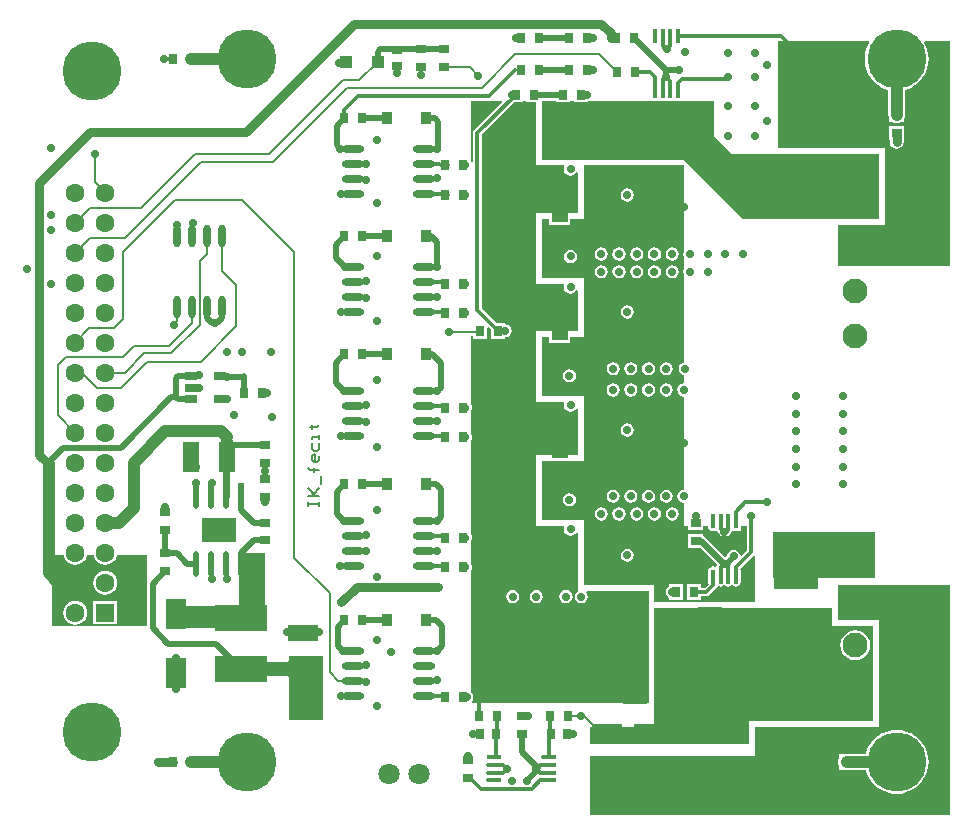
<source format=gtl>
G04 Layer_Physical_Order=1*
G04 Layer_Color=255*
%FSLAX44Y44*%
%MOMM*%
G71*
G01*
G75*
%ADD10R,2.0000X3.2000*%
%ADD11R,0.8000X0.9000*%
%ADD12R,0.9000X0.8000*%
%ADD13O,1.3000X0.4000*%
%ADD14R,1.3000X0.4000*%
%ADD15R,2.6000X1.4000*%
%ADD16R,1.0000X1.0000*%
%ADD17R,0.9000X1.1000*%
%ADD18O,1.9000X0.6000*%
%ADD19R,4.5000X2.2000*%
%ADD20R,1.7000X2.5000*%
%ADD21R,0.5000X2.2000*%
%ADD22O,0.5000X2.2000*%
%ADD23R,3.0000X2.1300*%
%ADD24R,1.4000X2.6000*%
%ADD25R,1.1000X0.6500*%
%ADD26O,0.6000X1.9000*%
%ADD27O,0.4000X1.3000*%
%ADD28R,0.4000X1.3000*%
%ADD29R,3.8000X4.2000*%
%ADD30C,0.7500*%
%ADD31C,1.0000*%
%ADD32C,0.2000*%
%ADD33C,0.5000*%
%ADD34C,0.3000*%
%ADD35C,0.6000*%
%ADD36R,3.0000X5.5000*%
%ADD37R,8.7000X4.0000*%
%ADD38R,8.4000X1.3000*%
%ADD39R,5.3000X1.9000*%
%ADD40R,2.3000X5.1000*%
%ADD41C,1.8000*%
%ADD42C,1.6000*%
%ADD43R,1.6000X1.6000*%
%ADD44C,2.1000*%
%ADD45C,5.0000*%
%ADD46C,2.0000*%
%ADD47C,0.7000*%
G36*
X895000Y955000D02*
X910000Y940000D01*
Y940000D01*
X1035000D01*
Y885000D01*
X920000D01*
X870000Y935000D01*
X750000D01*
X750000Y935000D01*
Y985000D01*
X761380D01*
Y983500D01*
X773380D01*
Y985000D01*
X776620D01*
Y983500D01*
X788620D01*
Y984516D01*
X790146Y984819D01*
X790417Y985000D01*
X843538D01*
X843939Y984732D01*
X845500Y984422D01*
X847061Y984732D01*
X847462Y985000D01*
X850038D01*
X850439Y984732D01*
X852000Y984422D01*
X853561Y984732D01*
X853962Y985000D01*
X856538D01*
X856939Y984732D01*
X858500Y984422D01*
X860061Y984732D01*
X860462Y985000D01*
X863038D01*
X863439Y984732D01*
X865000Y984422D01*
X866561Y984732D01*
X866962Y985000D01*
X895000D01*
Y955000D01*
D02*
G37*
G36*
X1095000Y845000D02*
X1000000D01*
Y880000D01*
X1040000D01*
Y945000D01*
X950000D01*
Y1035000D01*
X1026226D01*
X1026847Y1033892D01*
X1025869Y1032296D01*
X1024242Y1028369D01*
X1023250Y1024237D01*
X1022916Y1020000D01*
X1023250Y1015763D01*
X1024242Y1011631D01*
X1025869Y1007704D01*
X1028089Y1004081D01*
X1030849Y1000849D01*
X1034081Y998089D01*
X1037704Y995868D01*
X1041631Y994242D01*
X1042940Y993928D01*
Y972620D01*
X1043180Y970793D01*
X1043500Y970021D01*
Y966620D01*
X1046321D01*
X1046470Y966506D01*
X1048173Y965800D01*
X1050000Y965560D01*
X1051827Y965800D01*
X1053530Y966506D01*
X1053679Y966620D01*
X1056500D01*
Y970021D01*
X1056820Y970793D01*
X1057060Y972620D01*
Y993928D01*
X1058369Y994242D01*
X1062296Y995868D01*
X1065919Y998089D01*
X1069151Y1000849D01*
X1071911Y1004081D01*
X1074132Y1007704D01*
X1075758Y1011631D01*
X1076750Y1015763D01*
X1077084Y1020000D01*
X1076750Y1024237D01*
X1075758Y1028369D01*
X1074132Y1032296D01*
X1073153Y1033892D01*
X1073774Y1035000D01*
X1095000D01*
Y845000D01*
D02*
G37*
G36*
X716160Y983827D02*
X692477Y960143D01*
X691703Y958986D01*
X691431Y957620D01*
Y933844D01*
X690161Y933264D01*
X690000Y933404D01*
Y985000D01*
X715674D01*
X716160Y983827D01*
D02*
G37*
G36*
X870000Y857417D02*
X869819Y857146D01*
X869392Y855000D01*
X869819Y852854D01*
X870000Y852583D01*
Y842417D01*
X869819Y842146D01*
X869392Y840000D01*
X869819Y837854D01*
X870000Y837583D01*
Y763409D01*
X868854Y763181D01*
X867035Y761965D01*
X865819Y760146D01*
X865392Y758000D01*
X865819Y755854D01*
X867035Y754035D01*
X868854Y752819D01*
X870000Y752591D01*
Y745608D01*
X867854Y745181D01*
X866035Y743965D01*
X864819Y742146D01*
X864392Y740000D01*
X864819Y737854D01*
X866035Y736035D01*
X867854Y734819D01*
X870000Y734392D01*
Y655608D01*
X867854Y655181D01*
X866035Y653965D01*
X864819Y652146D01*
X864392Y650000D01*
X864819Y647854D01*
X866035Y646035D01*
X867854Y644819D01*
X870000Y644392D01*
Y625000D01*
X873500D01*
Y621620D01*
X886500D01*
Y625000D01*
X890422D01*
Y624500D01*
X890732Y622939D01*
X891616Y621616D01*
X892939Y620732D01*
X894500Y620422D01*
X896061Y620732D01*
X896350Y620926D01*
X897258Y620730D01*
X897857Y620405D01*
X898477Y619477D01*
X900477Y617477D01*
X901634Y616703D01*
X903000Y616431D01*
X906000D01*
X907366Y616703D01*
X908523Y617477D01*
X910023Y618977D01*
X910797Y620134D01*
X910870Y620500D01*
X918000D01*
Y625000D01*
X923431D01*
Y604478D01*
X918745Y599792D01*
X917367Y600210D01*
X917181Y601146D01*
X915965Y602965D01*
X914146Y604181D01*
X912000Y604608D01*
X909854Y604181D01*
X908035Y602965D01*
X906819Y601146D01*
X906611Y600100D01*
X905000Y598489D01*
X887864Y615624D01*
X886500Y616536D01*
Y618380D01*
X873500D01*
Y606380D01*
X884131D01*
X898281Y592230D01*
X897703Y591366D01*
X897586Y590776D01*
X896200Y590175D01*
X896061Y590268D01*
X894500Y590578D01*
X892939Y590268D01*
X891616Y589384D01*
X890732Y588061D01*
X890422Y586500D01*
Y577500D01*
X890732Y575939D01*
X890796Y575843D01*
X887522Y572569D01*
X884620D01*
Y575500D01*
X872620D01*
Y562500D01*
X884620D01*
Y565431D01*
X889000D01*
X890366Y565703D01*
X891523Y566477D01*
X897023Y571977D01*
X897797Y573134D01*
X897826Y573282D01*
X899238Y573867D01*
X899439Y573732D01*
X901000Y573422D01*
X902561Y573732D01*
X903884Y574616D01*
X904616D01*
X905939Y573732D01*
X907500Y573422D01*
X909061Y573732D01*
X910384Y574616D01*
X911116D01*
X912439Y573732D01*
X914000Y573422D01*
X915561Y573732D01*
X916884Y574616D01*
X917768Y575939D01*
X918078Y577500D01*
Y586500D01*
X917768Y588061D01*
X917569Y588359D01*
Y588522D01*
X928730Y599683D01*
X930000Y599157D01*
Y575000D01*
Y560000D01*
X845000D01*
Y575000D01*
X785000D01*
Y630000D01*
X750000D01*
Y680000D01*
X785000D01*
Y735000D01*
X750000D01*
Y785000D01*
X755760D01*
Y780000D01*
X773760D01*
Y785000D01*
X785000D01*
Y835000D01*
X750000D01*
Y885000D01*
X755760D01*
Y880000D01*
X773760D01*
Y885000D01*
X785000D01*
Y930000D01*
X870000D01*
Y857417D01*
D02*
G37*
G36*
X736620Y983500D02*
X745000D01*
Y930000D01*
X767979D01*
X768736Y928730D01*
X768392Y927000D01*
X768819Y924854D01*
X770035Y923035D01*
X771854Y921819D01*
X774000Y921392D01*
X776146Y921819D01*
X777965Y923035D01*
X778730Y924179D01*
X780000Y923794D01*
Y890000D01*
X745000D01*
Y830000D01*
X767979D01*
X768736Y828730D01*
X768392Y827000D01*
X768819Y824854D01*
X770035Y823035D01*
X771854Y821819D01*
X774000Y821392D01*
X776146Y821819D01*
X777965Y823035D01*
X778730Y824179D01*
X780000Y823794D01*
Y790000D01*
X745000D01*
Y730000D01*
X767979D01*
X768736Y728730D01*
X768392Y727000D01*
X768819Y724854D01*
X770035Y723035D01*
X771854Y721819D01*
X774000Y721392D01*
X776146Y721819D01*
X777965Y723035D01*
X778730Y724179D01*
X780000Y723794D01*
Y685000D01*
X745000D01*
Y625000D01*
X767979D01*
X768736Y623730D01*
X768392Y622000D01*
X768819Y619854D01*
X770035Y618035D01*
X771854Y616819D01*
X774000Y616392D01*
X776146Y616819D01*
X777965Y618035D01*
X778730Y619179D01*
X780000Y618794D01*
Y575000D01*
Y570000D01*
X780000Y570000D01*
X780000D01*
X779230Y569096D01*
X779035Y568965D01*
X777819Y567146D01*
X777392Y565000D01*
X777819Y562854D01*
X779035Y561035D01*
X780854Y559819D01*
X783000Y559392D01*
X785146Y559819D01*
X786965Y561035D01*
X788181Y562854D01*
X788608Y565000D01*
X788181Y567146D01*
X787122Y568730D01*
X787529Y570000D01*
X840000D01*
X840000Y475000D01*
X690486Y475000D01*
X690123Y476270D01*
X691181Y477854D01*
X691608Y480000D01*
X691181Y482146D01*
X690000Y483913D01*
Y587583D01*
X690181Y587854D01*
X690608Y590000D01*
X690181Y592146D01*
X690000Y592417D01*
Y612583D01*
X690181Y612854D01*
X690608Y615000D01*
X690181Y617146D01*
X690000Y617417D01*
Y697583D01*
X690181Y697854D01*
X690608Y700000D01*
X690181Y702146D01*
X690000Y702417D01*
Y722583D01*
X690181Y722854D01*
X690608Y725000D01*
X690181Y727146D01*
X690000Y727417D01*
X690000Y785941D01*
X691380D01*
Y783500D01*
X703380D01*
Y792534D01*
X704553Y793020D01*
X706620Y790953D01*
Y783500D01*
X718620D01*
Y784392D01*
X720766Y784819D01*
X722585Y786035D01*
X723801Y787854D01*
X724228Y790000D01*
X723801Y792146D01*
X722585Y793965D01*
X720766Y795181D01*
X718620Y795608D01*
Y796500D01*
X711167D01*
X698569Y809098D01*
Y956142D01*
X725927Y983500D01*
X733380D01*
Y985000D01*
X736620D01*
Y983500D01*
D02*
G37*
G36*
X415000Y540000D02*
X335000D01*
Y600000D01*
X344803D01*
X344857Y599590D01*
X345865Y597157D01*
X347468Y595068D01*
X349557Y593465D01*
X351990Y592457D01*
X354600Y592114D01*
X357211Y592457D01*
X359643Y593465D01*
X361732Y595068D01*
X363335Y597157D01*
X364343Y599590D01*
X364397Y600000D01*
X370203D01*
X370257Y599590D01*
X371265Y597157D01*
X372868Y595068D01*
X374957Y593465D01*
X377389Y592457D01*
X380000Y592114D01*
X382611Y592457D01*
X385043Y593465D01*
X387132Y595068D01*
X388735Y597157D01*
X389743Y599590D01*
X389797Y600000D01*
X415000D01*
Y540000D01*
D02*
G37*
G36*
X995000D02*
X1030000D01*
Y495000D01*
Y460000D01*
X925000D01*
Y440000D01*
X790000D01*
Y455000D01*
X845000D01*
Y555000D01*
X995000D01*
Y540000D01*
D02*
G37*
G36*
X1095000Y380000D02*
X790000D01*
Y430000D01*
X930000D01*
Y455000D01*
X1035000D01*
Y545000D01*
X1000000D01*
Y575000D01*
X1095000D01*
Y380000D01*
D02*
G37*
%LPC*%
G36*
X1056500Y963380D02*
X1043500D01*
Y951380D01*
X1044137D01*
Y950000D01*
X1044584Y947757D01*
X1045854Y945854D01*
X1047757Y944584D01*
X1050000Y944137D01*
X1052244Y944584D01*
X1054146Y945854D01*
X1055416Y947757D01*
X1055863Y950000D01*
Y951380D01*
X1056500D01*
Y963380D01*
D02*
G37*
G36*
X822000Y910608D02*
X819854Y910181D01*
X818035Y908965D01*
X816819Y907146D01*
X816392Y905000D01*
X816819Y902854D01*
X818035Y901035D01*
X819854Y899819D01*
X822000Y899392D01*
X824146Y899819D01*
X825965Y901035D01*
X827181Y902854D01*
X827608Y905000D01*
X827181Y907146D01*
X825965Y908965D01*
X824146Y910181D01*
X822000Y910608D01*
D02*
G37*
G36*
X860000Y860608D02*
X857854Y860181D01*
X856035Y858965D01*
X854819Y857146D01*
X854392Y855000D01*
X854819Y852854D01*
X856035Y851035D01*
X857854Y849819D01*
X860000Y849392D01*
X862146Y849819D01*
X863965Y851035D01*
X865181Y852854D01*
X865608Y855000D01*
X865181Y857146D01*
X863965Y858965D01*
X862146Y860181D01*
X860000Y860608D01*
D02*
G37*
G36*
X845000D02*
X842854Y860181D01*
X841035Y858965D01*
X839819Y857146D01*
X839392Y855000D01*
X839819Y852854D01*
X841035Y851035D01*
X842854Y849819D01*
X845000Y849392D01*
X847146Y849819D01*
X848965Y851035D01*
X850181Y852854D01*
X850608Y855000D01*
X850181Y857146D01*
X848965Y858965D01*
X847146Y860181D01*
X845000Y860608D01*
D02*
G37*
G36*
X830000D02*
X827854Y860181D01*
X826035Y858965D01*
X824819Y857146D01*
X824392Y855000D01*
X824819Y852854D01*
X826035Y851035D01*
X827854Y849819D01*
X830000Y849392D01*
X832146Y849819D01*
X833965Y851035D01*
X835181Y852854D01*
X835608Y855000D01*
X835181Y857146D01*
X833965Y858965D01*
X832146Y860181D01*
X830000Y860608D01*
D02*
G37*
G36*
X815000D02*
X812854Y860181D01*
X811035Y858965D01*
X809819Y857146D01*
X809392Y855000D01*
X809819Y852854D01*
X811035Y851035D01*
X812854Y849819D01*
X815000Y849392D01*
X817146Y849819D01*
X818965Y851035D01*
X820181Y852854D01*
X820608Y855000D01*
X820181Y857146D01*
X818965Y858965D01*
X817146Y860181D01*
X815000Y860608D01*
D02*
G37*
G36*
X800000D02*
X797854Y860181D01*
X796035Y858965D01*
X794819Y857146D01*
X794392Y855000D01*
X794819Y852854D01*
X796035Y851035D01*
X797854Y849819D01*
X800000Y849392D01*
X802146Y849819D01*
X803965Y851035D01*
X805181Y852854D01*
X805608Y855000D01*
X805181Y857146D01*
X803965Y858965D01*
X802146Y860181D01*
X800000Y860608D01*
D02*
G37*
G36*
X774000Y858608D02*
X771854Y858181D01*
X770035Y856965D01*
X768819Y855146D01*
X768392Y853000D01*
X768819Y850854D01*
X770035Y849035D01*
X771854Y847819D01*
X774000Y847392D01*
X776146Y847819D01*
X777965Y849035D01*
X779181Y850854D01*
X779608Y853000D01*
X779181Y855146D01*
X777965Y856965D01*
X776146Y858181D01*
X774000Y858608D01*
D02*
G37*
G36*
X860000Y845608D02*
X857854Y845181D01*
X856035Y843965D01*
X854819Y842146D01*
X854392Y840000D01*
X854819Y837854D01*
X856035Y836035D01*
X857854Y834819D01*
X860000Y834392D01*
X862146Y834819D01*
X863965Y836035D01*
X865181Y837854D01*
X865608Y840000D01*
X865181Y842146D01*
X863965Y843965D01*
X862146Y845181D01*
X860000Y845608D01*
D02*
G37*
G36*
X845000D02*
X842854Y845181D01*
X841035Y843965D01*
X839819Y842146D01*
X839392Y840000D01*
X839819Y837854D01*
X841035Y836035D01*
X842854Y834819D01*
X845000Y834392D01*
X847146Y834819D01*
X848965Y836035D01*
X850181Y837854D01*
X850608Y840000D01*
X850181Y842146D01*
X848965Y843965D01*
X847146Y845181D01*
X845000Y845608D01*
D02*
G37*
G36*
X830000D02*
X827854Y845181D01*
X826035Y843965D01*
X824819Y842146D01*
X824392Y840000D01*
X824819Y837854D01*
X826035Y836035D01*
X827854Y834819D01*
X830000Y834392D01*
X832146Y834819D01*
X833965Y836035D01*
X835181Y837854D01*
X835608Y840000D01*
X835181Y842146D01*
X833965Y843965D01*
X832146Y845181D01*
X830000Y845608D01*
D02*
G37*
G36*
X815000D02*
X812854Y845181D01*
X811035Y843965D01*
X809819Y842146D01*
X809392Y840000D01*
X809819Y837854D01*
X811035Y836035D01*
X812854Y834819D01*
X815000Y834392D01*
X817146Y834819D01*
X818965Y836035D01*
X820181Y837854D01*
X820608Y840000D01*
X820181Y842146D01*
X818965Y843965D01*
X817146Y845181D01*
X815000Y845608D01*
D02*
G37*
G36*
X800000D02*
X797854Y845181D01*
X796035Y843965D01*
X794819Y842146D01*
X794392Y840000D01*
X794819Y837854D01*
X796035Y836035D01*
X797854Y834819D01*
X800000Y834392D01*
X802146Y834819D01*
X803965Y836035D01*
X805181Y837854D01*
X805608Y840000D01*
X805181Y842146D01*
X803965Y843965D01*
X802146Y845181D01*
X800000Y845608D01*
D02*
G37*
G36*
X822000Y811608D02*
X819854Y811181D01*
X818035Y809965D01*
X816819Y808146D01*
X816392Y806000D01*
X816819Y803854D01*
X818035Y802035D01*
X819854Y800819D01*
X822000Y800392D01*
X824146Y800819D01*
X825965Y802035D01*
X827181Y803854D01*
X827608Y806000D01*
X827181Y808146D01*
X825965Y809965D01*
X824146Y811181D01*
X822000Y811608D01*
D02*
G37*
G36*
X855000Y763608D02*
X852854Y763181D01*
X851035Y761965D01*
X849819Y760146D01*
X849392Y758000D01*
X849819Y755854D01*
X851035Y754035D01*
X852854Y752819D01*
X855000Y752392D01*
X857146Y752819D01*
X858965Y754035D01*
X860181Y755854D01*
X860608Y758000D01*
X860181Y760146D01*
X858965Y761965D01*
X857146Y763181D01*
X855000Y763608D01*
D02*
G37*
G36*
X840000D02*
X837854Y763181D01*
X836035Y761965D01*
X834819Y760146D01*
X834392Y758000D01*
X834819Y755854D01*
X836035Y754035D01*
X837854Y752819D01*
X840000Y752392D01*
X842146Y752819D01*
X843965Y754035D01*
X845181Y755854D01*
X845608Y758000D01*
X845181Y760146D01*
X843965Y761965D01*
X842146Y763181D01*
X840000Y763608D01*
D02*
G37*
G36*
X825000D02*
X822854Y763181D01*
X821035Y761965D01*
X819819Y760146D01*
X819392Y758000D01*
X819819Y755854D01*
X821035Y754035D01*
X822854Y752819D01*
X825000Y752392D01*
X827146Y752819D01*
X828965Y754035D01*
X830181Y755854D01*
X830608Y758000D01*
X830181Y760146D01*
X828965Y761965D01*
X827146Y763181D01*
X825000Y763608D01*
D02*
G37*
G36*
X810000D02*
X807854Y763181D01*
X806035Y761965D01*
X804819Y760146D01*
X804392Y758000D01*
X804819Y755854D01*
X806035Y754035D01*
X807854Y752819D01*
X810000Y752392D01*
X812146Y752819D01*
X813965Y754035D01*
X815181Y755854D01*
X815608Y758000D01*
X815181Y760146D01*
X813965Y761965D01*
X812146Y763181D01*
X810000Y763608D01*
D02*
G37*
G36*
X773000Y757608D02*
X770854Y757181D01*
X769035Y755965D01*
X767819Y754146D01*
X767392Y752000D01*
X767819Y749854D01*
X769035Y748035D01*
X770854Y746819D01*
X773000Y746392D01*
X775146Y746819D01*
X776965Y748035D01*
X778181Y749854D01*
X778608Y752000D01*
X778181Y754146D01*
X776965Y755965D01*
X775146Y757181D01*
X773000Y757608D01*
D02*
G37*
G36*
X855000Y745608D02*
X852854Y745181D01*
X851035Y743965D01*
X849819Y742146D01*
X849392Y740000D01*
X849819Y737854D01*
X851035Y736035D01*
X852854Y734819D01*
X855000Y734392D01*
X857146Y734819D01*
X858965Y736035D01*
X860181Y737854D01*
X860608Y740000D01*
X860181Y742146D01*
X858965Y743965D01*
X857146Y745181D01*
X855000Y745608D01*
D02*
G37*
G36*
X840000D02*
X837854Y745181D01*
X836035Y743965D01*
X834819Y742146D01*
X834392Y740000D01*
X834819Y737854D01*
X836035Y736035D01*
X837854Y734819D01*
X840000Y734392D01*
X842146Y734819D01*
X843965Y736035D01*
X845181Y737854D01*
X845608Y740000D01*
X845181Y742146D01*
X843965Y743965D01*
X842146Y745181D01*
X840000Y745608D01*
D02*
G37*
G36*
X825000D02*
X822854Y745181D01*
X821035Y743965D01*
X819819Y742146D01*
X819392Y740000D01*
X819819Y737854D01*
X821035Y736035D01*
X822854Y734819D01*
X825000Y734392D01*
X827146Y734819D01*
X828965Y736035D01*
X830181Y737854D01*
X830608Y740000D01*
X830181Y742146D01*
X828965Y743965D01*
X827146Y745181D01*
X825000Y745608D01*
D02*
G37*
G36*
X810000D02*
X807854Y745181D01*
X806035Y743965D01*
X804819Y742146D01*
X804392Y740000D01*
X804819Y737854D01*
X806035Y736035D01*
X807854Y734819D01*
X810000Y734392D01*
X812146Y734819D01*
X813965Y736035D01*
X815181Y737854D01*
X815608Y740000D01*
X815181Y742146D01*
X813965Y743965D01*
X812146Y745181D01*
X810000Y745608D01*
D02*
G37*
G36*
X822000Y711608D02*
X819854Y711181D01*
X818035Y709965D01*
X816819Y708146D01*
X816392Y706000D01*
X816819Y703854D01*
X818035Y702035D01*
X819854Y700819D01*
X822000Y700392D01*
X824146Y700819D01*
X825965Y702035D01*
X827181Y703854D01*
X827608Y706000D01*
X827181Y708146D01*
X825965Y709965D01*
X824146Y711181D01*
X822000Y711608D01*
D02*
G37*
G36*
X855000Y655608D02*
X852854Y655181D01*
X851035Y653965D01*
X849819Y652146D01*
X849392Y650000D01*
X849819Y647854D01*
X851035Y646035D01*
X852854Y644819D01*
X855000Y644392D01*
X857146Y644819D01*
X858965Y646035D01*
X860181Y647854D01*
X860608Y650000D01*
X860181Y652146D01*
X858965Y653965D01*
X857146Y655181D01*
X855000Y655608D01*
D02*
G37*
G36*
X840000D02*
X837854Y655181D01*
X836035Y653965D01*
X834819Y652146D01*
X834392Y650000D01*
X834819Y647854D01*
X836035Y646035D01*
X837854Y644819D01*
X840000Y644392D01*
X842146Y644819D01*
X843965Y646035D01*
X845181Y647854D01*
X845608Y650000D01*
X845181Y652146D01*
X843965Y653965D01*
X842146Y655181D01*
X840000Y655608D01*
D02*
G37*
G36*
X825000D02*
X822854Y655181D01*
X821035Y653965D01*
X819819Y652146D01*
X819392Y650000D01*
X819819Y647854D01*
X821035Y646035D01*
X822854Y644819D01*
X825000Y644392D01*
X827146Y644819D01*
X828965Y646035D01*
X830181Y647854D01*
X830608Y650000D01*
X830181Y652146D01*
X828965Y653965D01*
X827146Y655181D01*
X825000Y655608D01*
D02*
G37*
G36*
X810000D02*
X807854Y655181D01*
X806035Y653965D01*
X804819Y652146D01*
X804392Y650000D01*
X804819Y647854D01*
X806035Y646035D01*
X807854Y644819D01*
X810000Y644392D01*
X812146Y644819D01*
X813965Y646035D01*
X815181Y647854D01*
X815608Y650000D01*
X815181Y652146D01*
X813965Y653965D01*
X812146Y655181D01*
X810000Y655608D01*
D02*
G37*
G36*
X773000Y652608D02*
X770854Y652181D01*
X769035Y650965D01*
X767819Y649146D01*
X767392Y647000D01*
X767819Y644854D01*
X769035Y643035D01*
X770854Y641819D01*
X773000Y641392D01*
X775146Y641819D01*
X776965Y643035D01*
X778181Y644854D01*
X778608Y647000D01*
X778181Y649146D01*
X776965Y650965D01*
X775146Y652181D01*
X773000Y652608D01*
D02*
G37*
G36*
X860000Y640608D02*
X857854Y640181D01*
X856035Y638965D01*
X854819Y637146D01*
X854392Y635000D01*
X854819Y632854D01*
X856035Y631035D01*
X857854Y629819D01*
X860000Y629392D01*
X862146Y629819D01*
X863965Y631035D01*
X865181Y632854D01*
X865608Y635000D01*
X865181Y637146D01*
X863965Y638965D01*
X862146Y640181D01*
X860000Y640608D01*
D02*
G37*
G36*
X845000D02*
X842854Y640181D01*
X841035Y638965D01*
X839819Y637146D01*
X839392Y635000D01*
X839819Y632854D01*
X841035Y631035D01*
X842854Y629819D01*
X845000Y629392D01*
X847146Y629819D01*
X848965Y631035D01*
X850181Y632854D01*
X850608Y635000D01*
X850181Y637146D01*
X848965Y638965D01*
X847146Y640181D01*
X845000Y640608D01*
D02*
G37*
G36*
X830000D02*
X827854Y640181D01*
X826035Y638965D01*
X824819Y637146D01*
X824392Y635000D01*
X824819Y632854D01*
X826035Y631035D01*
X827854Y629819D01*
X830000Y629392D01*
X832146Y629819D01*
X833965Y631035D01*
X835181Y632854D01*
X835608Y635000D01*
X835181Y637146D01*
X833965Y638965D01*
X832146Y640181D01*
X830000Y640608D01*
D02*
G37*
G36*
X815000D02*
X812854Y640181D01*
X811035Y638965D01*
X809819Y637146D01*
X809392Y635000D01*
X809819Y632854D01*
X811035Y631035D01*
X812854Y629819D01*
X815000Y629392D01*
X817146Y629819D01*
X818965Y631035D01*
X820181Y632854D01*
X820608Y635000D01*
X820181Y637146D01*
X818965Y638965D01*
X817146Y640181D01*
X815000Y640608D01*
D02*
G37*
G36*
X800000D02*
X797854Y640181D01*
X796035Y638965D01*
X794819Y637146D01*
X794392Y635000D01*
X794819Y632854D01*
X796035Y631035D01*
X797854Y629819D01*
X800000Y629392D01*
X802146Y629819D01*
X803965Y631035D01*
X805181Y632854D01*
X805608Y635000D01*
X805181Y637146D01*
X803965Y638965D01*
X802146Y640181D01*
X800000Y640608D01*
D02*
G37*
G36*
X822000Y605608D02*
X819854Y605181D01*
X818035Y603965D01*
X816819Y602146D01*
X816392Y600000D01*
X816819Y597854D01*
X818035Y596035D01*
X819854Y594819D01*
X822000Y594392D01*
X824146Y594819D01*
X825965Y596035D01*
X827181Y597854D01*
X827608Y600000D01*
X827181Y602146D01*
X825965Y603965D01*
X824146Y605181D01*
X822000Y605608D01*
D02*
G37*
G36*
X869380Y575500D02*
X857380D01*
Y573864D01*
X856035Y572965D01*
X854819Y571146D01*
X854392Y569000D01*
X854819Y566854D01*
X856035Y565035D01*
X857380Y564136D01*
Y562500D01*
X869380D01*
Y575500D01*
D02*
G37*
G36*
X770000Y570608D02*
X767854Y570181D01*
X766035Y568965D01*
X764819Y567146D01*
X764392Y565000D01*
X764819Y562854D01*
X766035Y561035D01*
X767854Y559819D01*
X770000Y559392D01*
X772146Y559819D01*
X773965Y561035D01*
X775181Y562854D01*
X775608Y565000D01*
X775181Y567146D01*
X773965Y568965D01*
X772146Y570181D01*
X770000Y570608D01*
D02*
G37*
G36*
X745000D02*
X742854Y570181D01*
X741035Y568965D01*
X739819Y567146D01*
X739392Y565000D01*
X739819Y562854D01*
X741035Y561035D01*
X742854Y559819D01*
X745000Y559392D01*
X747146Y559819D01*
X748965Y561035D01*
X750181Y562854D01*
X750608Y565000D01*
X750181Y567146D01*
X748965Y568965D01*
X747146Y570181D01*
X745000Y570608D01*
D02*
G37*
G36*
X725000D02*
X722854Y570181D01*
X721035Y568965D01*
X719819Y567146D01*
X719392Y565000D01*
X719819Y562854D01*
X721035Y561035D01*
X722854Y559819D01*
X725000Y559392D01*
X727146Y559819D01*
X728965Y561035D01*
X730181Y562854D01*
X730608Y565000D01*
X730181Y567146D01*
X728965Y568965D01*
X727146Y570181D01*
X725000Y570608D01*
D02*
G37*
G36*
X380000Y586886D02*
X377389Y586543D01*
X374957Y585535D01*
X372868Y583932D01*
X371265Y581843D01*
X370257Y579411D01*
X369914Y576800D01*
X370257Y574189D01*
X371265Y571757D01*
X372868Y569668D01*
X374957Y568065D01*
X377389Y567057D01*
X380000Y566714D01*
X382611Y567057D01*
X385043Y568065D01*
X387132Y569668D01*
X388735Y571757D01*
X389743Y574189D01*
X390086Y576800D01*
X389743Y579411D01*
X388735Y581843D01*
X387132Y583932D01*
X385043Y585535D01*
X382611Y586543D01*
X380000Y586886D01*
D02*
G37*
G36*
X390000Y561400D02*
X370000D01*
Y541400D01*
X390000D01*
Y561400D01*
D02*
G37*
G36*
X354600Y561486D02*
X351990Y561143D01*
X349557Y560135D01*
X347468Y558532D01*
X345865Y556443D01*
X344857Y554011D01*
X344514Y551400D01*
X344857Y548789D01*
X345865Y546357D01*
X347468Y544268D01*
X349557Y542665D01*
X351990Y541657D01*
X354600Y541314D01*
X357211Y541657D01*
X359643Y542665D01*
X361732Y544268D01*
X363335Y546357D01*
X364343Y548789D01*
X364686Y551400D01*
X364343Y554011D01*
X363335Y556443D01*
X361732Y558532D01*
X359643Y560135D01*
X357211Y561143D01*
X354600Y561486D01*
D02*
G37*
G36*
X1015000Y536408D02*
X1011737Y535978D01*
X1008696Y534719D01*
X1006085Y532715D01*
X1004081Y530104D01*
X1002822Y527063D01*
X1002392Y523800D01*
X1002822Y520537D01*
X1004081Y517496D01*
X1006085Y514885D01*
X1008696Y512881D01*
X1011737Y511622D01*
X1015000Y511192D01*
X1018263Y511622D01*
X1021304Y512881D01*
X1023915Y514885D01*
X1025919Y517496D01*
X1027178Y520537D01*
X1027608Y523800D01*
X1027178Y527063D01*
X1025919Y530104D01*
X1023915Y532715D01*
X1021304Y534719D01*
X1018263Y535978D01*
X1015000Y536408D01*
D02*
G37*
G36*
X1050000Y452084D02*
X1045763Y451750D01*
X1041631Y450758D01*
X1037704Y449132D01*
X1034081Y446911D01*
X1030849Y444151D01*
X1028089Y440919D01*
X1025869Y437296D01*
X1024242Y433369D01*
X1023928Y432060D01*
X1007620D01*
X1005793Y431820D01*
X1005021Y431500D01*
X1001620D01*
Y428679D01*
X1001506Y428530D01*
X1000800Y426827D01*
X1000560Y425000D01*
X1000800Y423173D01*
X1001506Y421470D01*
X1001620Y421321D01*
Y418500D01*
X1005021D01*
X1005793Y418180D01*
X1007620Y417940D01*
X1023928D01*
X1024242Y416631D01*
X1025869Y412704D01*
X1028089Y409081D01*
X1030849Y405849D01*
X1034081Y403089D01*
X1037704Y400868D01*
X1041631Y399242D01*
X1045763Y398250D01*
X1050000Y397916D01*
X1054237Y398250D01*
X1058369Y399242D01*
X1062296Y400868D01*
X1065919Y403089D01*
X1069151Y405849D01*
X1071911Y409081D01*
X1074132Y412704D01*
X1075758Y416631D01*
X1076750Y420763D01*
X1077084Y425000D01*
X1076750Y429237D01*
X1075758Y433369D01*
X1074132Y437296D01*
X1071911Y440919D01*
X1069151Y444151D01*
X1065919Y446911D01*
X1062296Y449132D01*
X1058369Y450758D01*
X1054237Y451750D01*
X1050000Y452084D01*
D02*
G37*
%LPD*%
D10*
X828300Y490000D02*
D03*
X891700D02*
D03*
X828300Y540000D02*
D03*
X891700D02*
D03*
D11*
X697000Y449000D02*
D03*
X711000D02*
D03*
X756380Y464000D02*
D03*
X771620D02*
D03*
X771000Y449000D02*
D03*
X757000D02*
D03*
X828620Y1009000D02*
D03*
X813380D02*
D03*
X727380Y990000D02*
D03*
X742620D02*
D03*
X732380Y1011000D02*
D03*
X747620D02*
D03*
X732380Y1038000D02*
D03*
X747620D02*
D03*
X582380Y970000D02*
D03*
X597620D02*
D03*
X682620Y930000D02*
D03*
X667380D02*
D03*
X682620Y905000D02*
D03*
X667380D02*
D03*
X582380Y870000D02*
D03*
X597620D02*
D03*
X682620Y830000D02*
D03*
X667380D02*
D03*
X682620Y805000D02*
D03*
X667380D02*
D03*
X712620Y790000D02*
D03*
X697380D02*
D03*
X582380Y770000D02*
D03*
X597620D02*
D03*
X682620Y725000D02*
D03*
X667380D02*
D03*
X682620Y700000D02*
D03*
X667380D02*
D03*
X582380Y660000D02*
D03*
X597620D02*
D03*
X682620Y615000D02*
D03*
X667380D02*
D03*
X682620Y590000D02*
D03*
X667380D02*
D03*
X582380Y545000D02*
D03*
X597620D02*
D03*
X682620Y480000D02*
D03*
X667380D02*
D03*
X512620Y737000D02*
D03*
X497380D02*
D03*
X437380Y1020000D02*
D03*
X452620D02*
D03*
X437380Y425000D02*
D03*
X452620D02*
D03*
X992380D02*
D03*
X1007620D02*
D03*
X827620Y1038000D02*
D03*
X812380D02*
D03*
X878620Y569000D02*
D03*
X863380D02*
D03*
X711620Y464000D02*
D03*
X696380D02*
D03*
X767380Y990000D02*
D03*
X782620D02*
D03*
X772380Y1011000D02*
D03*
X787620D02*
D03*
X772380Y1038000D02*
D03*
X787620D02*
D03*
D12*
X687000Y426620D02*
D03*
Y411380D02*
D03*
X880000Y612380D02*
D03*
Y627620D02*
D03*
X627000Y1014000D02*
D03*
Y1028000D02*
D03*
X647000Y1028620D02*
D03*
Y1013380D02*
D03*
X431000Y601620D02*
D03*
Y586380D02*
D03*
Y636620D02*
D03*
Y621380D02*
D03*
X515000Y678380D02*
D03*
Y693620D02*
D03*
Y627000D02*
D03*
Y613000D02*
D03*
Y649380D02*
D03*
Y664620D02*
D03*
X733000Y448380D02*
D03*
Y463620D02*
D03*
X667000Y1013380D02*
D03*
Y1028620D02*
D03*
X1050000Y957380D02*
D03*
Y972620D02*
D03*
D13*
X756000Y409500D02*
D03*
Y416000D02*
D03*
Y422500D02*
D03*
Y429000D02*
D03*
X709000Y409500D02*
D03*
Y416000D02*
D03*
Y422500D02*
D03*
D14*
Y429000D02*
D03*
D15*
X805000Y419760D02*
D03*
Y450240D02*
D03*
X840000Y419760D02*
D03*
Y450240D02*
D03*
X875000Y419760D02*
D03*
Y450240D02*
D03*
X910000Y419760D02*
D03*
Y450240D02*
D03*
X547000Y534240D02*
D03*
Y503760D02*
D03*
D16*
X583500Y1018000D02*
D03*
X610500D02*
D03*
D17*
X618500Y970000D02*
D03*
X651500D02*
D03*
X618500Y870000D02*
D03*
X651500D02*
D03*
X618500Y770000D02*
D03*
X651500D02*
D03*
X618500Y660000D02*
D03*
X651500D02*
D03*
X618500Y545000D02*
D03*
X651500D02*
D03*
D18*
X650000Y905950D02*
D03*
Y918650D02*
D03*
Y931350D02*
D03*
Y944050D02*
D03*
X590000Y905950D02*
D03*
Y918650D02*
D03*
Y931350D02*
D03*
Y944050D02*
D03*
X650000Y805950D02*
D03*
Y818650D02*
D03*
Y831350D02*
D03*
Y844050D02*
D03*
X590000Y805950D02*
D03*
Y818650D02*
D03*
Y831350D02*
D03*
Y844050D02*
D03*
X650000Y700950D02*
D03*
Y713650D02*
D03*
Y726350D02*
D03*
Y739050D02*
D03*
X590000Y700950D02*
D03*
Y713650D02*
D03*
Y726350D02*
D03*
Y739050D02*
D03*
X650000Y590950D02*
D03*
Y603650D02*
D03*
Y616350D02*
D03*
Y629050D02*
D03*
X590000Y590950D02*
D03*
Y603650D02*
D03*
Y616350D02*
D03*
Y629050D02*
D03*
X650000Y480950D02*
D03*
Y493650D02*
D03*
Y506350D02*
D03*
Y519050D02*
D03*
X590000Y480950D02*
D03*
Y493650D02*
D03*
Y506350D02*
D03*
Y519050D02*
D03*
D19*
X495000Y546500D02*
D03*
Y503500D02*
D03*
D20*
X440000Y500000D02*
D03*
Y550000D02*
D03*
D21*
X495000Y650000D02*
D03*
D22*
X482300D02*
D03*
X469600D02*
D03*
X456900D02*
D03*
X495000Y592500D02*
D03*
X482300D02*
D03*
X469600D02*
D03*
X456900D02*
D03*
D23*
X475950Y621250D02*
D03*
D24*
X452760Y683000D02*
D03*
X483240D02*
D03*
X795240Y695000D02*
D03*
X764760D02*
D03*
X795240Y795000D02*
D03*
X764760D02*
D03*
X795240Y895000D02*
D03*
X764760D02*
D03*
X795240Y590000D02*
D03*
X764760D02*
D03*
D25*
X477000Y751500D02*
D03*
Y732500D02*
D03*
X453000D02*
D03*
Y742000D02*
D03*
Y751500D02*
D03*
D26*
X440950Y810000D02*
D03*
X453650D02*
D03*
X466350D02*
D03*
X479050D02*
D03*
X440950Y870000D02*
D03*
X453650D02*
D03*
X466350D02*
D03*
X479050D02*
D03*
D27*
X845500Y993000D02*
D03*
X852000D02*
D03*
X858500D02*
D03*
X865000D02*
D03*
X845500Y1040000D02*
D03*
X852000D02*
D03*
X858500D02*
D03*
X894500Y582000D02*
D03*
X901000D02*
D03*
X907500D02*
D03*
X914000D02*
D03*
X894500Y629000D02*
D03*
X901000D02*
D03*
X907500D02*
D03*
D28*
X865000Y1040000D02*
D03*
X914000Y629000D02*
D03*
D29*
X965000Y527000D02*
D03*
Y593000D02*
D03*
D30*
X324000Y685000D02*
X324000D01*
X332000Y677000D01*
X324000Y685000D02*
Y915000D01*
X808000Y1038000D02*
Y1042000D01*
X324000Y915000D02*
X367000Y958000D01*
X499000D01*
X591000Y1050000D01*
X800000D01*
X808000Y1042000D01*
X425000Y425000D02*
X437380D01*
X1050000Y950000D02*
Y957380D01*
X985000Y425000D02*
X992380D01*
X661750Y572750D02*
X662000Y573000D01*
X592750Y572750D02*
X661750D01*
X580000Y560000D02*
X592750Y572750D01*
D31*
X332000Y585000D02*
Y677000D01*
Y585000D02*
X340200Y576800D01*
X354600D01*
X452620Y425000D02*
X500000D01*
X1007620D02*
X1050000D01*
X483240Y683000D02*
Y695760D01*
X478000Y705000D02*
X483240Y699760D01*
X431000Y705000D02*
X478000D01*
X404000Y678000D02*
X431000Y705000D01*
X452620Y1020000D02*
X500000D01*
X1050000Y972620D02*
Y1020000D01*
X404000Y640000D02*
Y678000D01*
X391600Y627600D02*
X404000Y640000D01*
X380000Y627600D02*
X391600D01*
D32*
X410000Y894000D02*
X456000Y940000D01*
X519000D01*
X594500Y1002000D02*
X610500Y1018000D01*
X581000Y1002000D02*
X594500D01*
X519000Y940000D02*
X581000Y1002000D01*
X785000Y464000D02*
X798760Y450240D01*
X783000Y464000D02*
X785000D01*
X771620Y464000D02*
X783000D01*
X671000Y789000D02*
X696380D01*
X697380Y790000D01*
X354600Y780000D02*
X366600Y792000D01*
X496000Y901000D02*
X540000Y857000D01*
Y598000D02*
Y857000D01*
Y598000D02*
X570000Y568000D01*
Y501000D02*
Y568000D01*
Y501000D02*
X577350Y493650D01*
X590000D01*
X367000Y894000D02*
X410000D01*
X354600Y881600D02*
X367000Y894000D01*
X397000Y869000D02*
X461000Y933000D01*
X354600Y856200D02*
X367400Y869000D01*
X397000D01*
X453650Y796650D02*
Y810000D01*
X434000Y777000D02*
X453650Y796650D01*
X393000Y742000D02*
X415000Y764000D01*
X479050Y840950D02*
Y870000D01*
X466350Y855350D02*
Y870000D01*
X667000Y1013380D02*
X688620D01*
X696000Y1006000D01*
X798380Y1024000D02*
X813380Y1009000D01*
X727000Y1024000D02*
X798380D01*
X699000Y996000D02*
X727000Y1024000D01*
X585000Y996000D02*
X699000D01*
X522000Y933000D02*
X585000Y996000D01*
X461000Y933000D02*
X522000D01*
X395000Y857000D02*
X439000Y901000D01*
X395000Y800000D02*
Y857000D01*
X387000Y792000D02*
X395000Y800000D01*
X439000Y901000D02*
X496000D01*
X366600Y792000D02*
X387000D01*
X380000Y754600D02*
X396600D01*
X413000Y771000D01*
X354600Y754600D02*
X360400D01*
X373000Y742000D01*
X393000D01*
X438000Y795000D02*
X440950Y797950D01*
Y810000D01*
X404000Y777000D02*
X434000D01*
X395000Y768000D02*
X404000Y777000D01*
X347000Y768000D02*
X395000D01*
X340000Y761000D02*
X347000Y768000D01*
X340000Y718400D02*
Y761000D01*
Y718400D02*
X354600Y703800D01*
X436000Y771000D02*
X460000Y795000D01*
Y849000D01*
X413000Y771000D02*
X436000D01*
X460000Y849000D02*
X466350Y855350D01*
X479050Y840950D02*
X491000Y829000D01*
Y794000D02*
Y829000D01*
X461000Y764000D02*
X491000Y794000D01*
X415000Y764000D02*
X461000D01*
X371000Y916000D02*
Y940000D01*
Y916000D02*
X380000Y907000D01*
X551337Y642000D02*
Y645332D01*
Y643666D01*
X561334D01*
Y642000D01*
Y645332D01*
X551337Y650331D02*
X561334D01*
X558002D01*
X551337Y656995D01*
X556335Y651997D01*
X561334Y656995D01*
X563000Y660327D02*
Y666992D01*
X561334Y671990D02*
X553003D01*
X556335D01*
Y670324D01*
Y673656D01*
Y671990D01*
X553003D01*
X551337Y673656D01*
X561334Y683653D02*
Y680321D01*
X559668Y678655D01*
X556335D01*
X554669Y680321D01*
Y683653D01*
X556335Y685319D01*
X558002D01*
Y678655D01*
X554669Y695316D02*
Y690318D01*
X556335Y688652D01*
X559668D01*
X561334Y690318D01*
Y695316D01*
Y698648D02*
Y701981D01*
Y700315D01*
X554669D01*
Y698648D01*
X553003Y708645D02*
X554669D01*
Y706979D01*
Y710311D01*
Y708645D01*
X559668D01*
X561334Y710311D01*
D33*
X612880Y1028620D02*
X647000D01*
X610500Y1026240D02*
X612880Y1028620D01*
X610500Y1018000D02*
Y1026240D01*
X733000Y433000D02*
Y448380D01*
X828000Y1038000D02*
X855000Y1011000D01*
Y1005000D02*
Y1011000D01*
X884620Y612380D02*
X904000Y593000D01*
X880000Y612380D02*
X884620D01*
X577000Y539620D02*
X582380Y545000D01*
X577000Y523000D02*
Y539620D01*
Y523000D02*
X580950Y519050D01*
X515000Y664620D02*
Y678380D01*
X483240Y695760D02*
Y699760D01*
Y695760D02*
X485380Y693620D01*
X515000D01*
X440000Y734000D02*
Y750000D01*
X441500Y732500D02*
X453000D01*
X440000Y734000D02*
X441500Y732500D01*
X440000Y750000D02*
X441500Y751500D01*
X453000D01*
X497380Y737000D02*
Y752000D01*
X483000Y751000D02*
X496380D01*
X742620Y990000D02*
X767380D01*
X747620Y1038000D02*
X772380D01*
X747620Y1011000D02*
X772380D01*
X495000Y592500D02*
Y602000D01*
X506000Y613000D01*
X515000D01*
X506000Y627000D02*
X515000D01*
X495000Y638000D02*
X506000Y627000D01*
X495000Y638000D02*
Y650000D01*
X431000Y601620D02*
X440380D01*
X449500Y592500D01*
X456900D01*
X431000Y601620D02*
Y621380D01*
X473500Y525000D02*
X495000Y503500D01*
X433000Y525000D02*
X473500D01*
X420000Y538000D02*
X433000Y525000D01*
X420000Y538000D02*
Y575380D01*
X431000Y586380D01*
X479050Y801050D02*
Y810000D01*
X475000Y797000D02*
X479050Y801050D01*
X470000Y797000D02*
X475000D01*
X466350Y800650D02*
X470000Y797000D01*
X466350Y800650D02*
Y810000D01*
X580950Y519050D02*
X590000D01*
X661000Y519000D02*
X665000Y523000D01*
Y540000D01*
X660000Y545000D02*
X665000Y540000D01*
X651500Y545000D02*
X660000D01*
X597620Y545000D02*
X618500D01*
X661000Y629000D02*
X664000Y632000D01*
Y656000D01*
X660000Y660000D02*
X664000Y656000D01*
X651500Y660000D02*
X660000D01*
X597620Y660000D02*
X618500D01*
X576000Y653620D02*
X582380Y660000D01*
X576000Y635000D02*
Y653620D01*
Y635000D02*
X581950Y629050D01*
X590000D01*
X661000Y739000D02*
X664000Y742000D01*
Y763000D01*
X657000Y770000D02*
X664000Y763000D01*
X651500Y770000D02*
X657000D01*
X597620Y770000D02*
X618500D01*
X575000Y762620D02*
X582380Y770000D01*
X575000Y746000D02*
Y762620D01*
Y746000D02*
X581950Y739050D01*
X590000D01*
X661000Y844000D02*
Y865000D01*
X656000Y870000D02*
X661000Y865000D01*
X651500Y870000D02*
X656000D01*
X575000Y862620D02*
X582380Y870000D01*
X575000Y852000D02*
Y862620D01*
Y852000D02*
X582950Y844050D01*
X590000D01*
X597620Y870000D02*
X618500D01*
X661000Y944000D02*
X662000Y945000D01*
Y967000D01*
X659000Y970000D02*
X662000Y967000D01*
X651500Y970000D02*
X659000D01*
X597620Y970000D02*
X618500D01*
X576000Y963620D02*
X582380Y970000D01*
X576000Y947000D02*
Y963620D01*
Y947000D02*
X578950Y944050D01*
X590000D01*
X647000Y1028620D02*
X667000D01*
X332000Y679000D02*
X344000Y691000D01*
X393000D01*
X436000Y734000D01*
X440000D01*
X855000Y1011000D02*
X865000D01*
X745000Y417000D02*
Y419000D01*
X737000Y409000D02*
X745000Y417000D01*
X733000Y433000D02*
X746000Y420000D01*
X906000Y593000D02*
X912000Y599000D01*
X904000Y593000D02*
X905000D01*
X906000D01*
D34*
X695000Y807620D02*
X712620Y790000D01*
X430000Y1020000D02*
X437380D01*
X1050000Y950000D02*
X1050000Y950000D01*
X985000Y425000D02*
X985000Y425000D01*
X828620Y1009000D02*
X841000D01*
X845500Y1004500D01*
Y993000D02*
Y1004500D01*
X922000Y645000D02*
X940000D01*
X914000Y637000D02*
X922000Y645000D01*
X914000Y629000D02*
Y637000D01*
X927000Y603000D02*
Y633000D01*
X914000Y590000D02*
X927000Y603000D01*
X914000Y582000D02*
Y590000D01*
X878620Y569000D02*
X889000D01*
X894500Y574500D01*
Y582000D01*
X907500D02*
Y590500D01*
X905000Y593000D02*
X907500Y590500D01*
X901000Y590000D02*
X904000Y593000D01*
X901000Y582000D02*
Y590000D01*
X907500Y621500D02*
Y629000D01*
X906000Y620000D02*
X907500Y621500D01*
X903000Y620000D02*
X906000D01*
X901000Y622000D02*
X903000Y620000D01*
X901000Y622000D02*
Y629000D01*
X865000Y1000000D02*
X868000Y1003000D01*
X865000Y993000D02*
Y1000000D01*
X960000Y1026000D02*
Y1032000D01*
X858500Y993000D02*
Y1001500D01*
X855000Y1005000D02*
X858500Y1001500D01*
X854000Y1005000D02*
X855000D01*
X852000Y1003000D02*
X854000Y1005000D01*
X852000Y993000D02*
Y1003000D01*
X858500Y1031500D02*
Y1040000D01*
X856000Y1029000D02*
X858500Y1031500D01*
X854000Y1029000D02*
X856000D01*
X852000Y1031000D02*
X854000Y1029000D01*
X852000Y1031000D02*
Y1040000D01*
X687000Y411380D02*
X688620D01*
X698000Y402000D01*
X711000Y431000D02*
Y449000D01*
X709000Y429000D02*
X711000Y431000D01*
X756000Y429000D02*
Y448000D01*
X709000Y416000D02*
X717000D01*
X719000Y418000D01*
Y420000D01*
X716500Y422500D02*
X719000Y420000D01*
X709000Y422500D02*
X716500D01*
X746000Y418000D02*
X748000Y416000D01*
X756000D01*
X746000Y420000D02*
X748500Y422500D01*
X756000D01*
X756380Y449620D02*
Y464000D01*
X711620Y449620D02*
Y464000D01*
X696380D02*
Y476380D01*
X650000Y480950D02*
X668970D01*
X650000Y590950D02*
X668970D01*
X650000Y616350D02*
X668570D01*
X650000Y700950D02*
X668970D01*
X650000Y726350D02*
X668570D01*
X650000Y805950D02*
X668970D01*
X650000Y831350D02*
X668570D01*
X664050Y905950D02*
X665000Y905000D01*
X650000Y905950D02*
X664050D01*
X665000Y905000D02*
X669920D01*
X662650Y931350D02*
X664000Y930000D01*
X669920D01*
X650000Y931350D02*
X662650D01*
X868000Y1003000D02*
X905000D01*
X865000Y1040000D02*
X952000D01*
X960000Y1032000D01*
X695000Y957620D02*
X727380Y990000D01*
X695000Y807620D02*
Y957620D01*
X582380Y970000D02*
Y977380D01*
X594000Y989000D01*
X705000D01*
X727000Y1011000D01*
X905000Y1003000D02*
X907000Y1005000D01*
X698000Y402000D02*
X741000D01*
X748500Y409500D01*
X756000D01*
X746000Y418000D02*
Y420000D01*
D35*
X482300Y650000D02*
Y682060D01*
D36*
X550000Y487500D02*
D03*
D37*
X988500Y600000D02*
D03*
D38*
X517000Y503500D02*
D03*
D39*
X458500Y547500D02*
D03*
D40*
X504500Y576500D02*
D03*
D41*
X620000Y415000D02*
D03*
X645400D02*
D03*
D42*
X354600Y907000D02*
D03*
Y881600D02*
D03*
Y856200D02*
D03*
Y830800D02*
D03*
Y805400D02*
D03*
X380000D02*
D03*
Y830800D02*
D03*
Y856200D02*
D03*
Y881600D02*
D03*
Y907000D02*
D03*
Y780000D02*
D03*
Y754600D02*
D03*
Y729200D02*
D03*
Y703800D02*
D03*
Y678400D02*
D03*
Y653000D02*
D03*
Y627600D02*
D03*
Y602200D02*
D03*
Y576800D02*
D03*
X354600Y551400D02*
D03*
Y576800D02*
D03*
Y602200D02*
D03*
Y627600D02*
D03*
Y653000D02*
D03*
Y678400D02*
D03*
Y780000D02*
D03*
Y729200D02*
D03*
Y754600D02*
D03*
Y703800D02*
D03*
D43*
X380000Y551400D02*
D03*
D44*
X1015000Y900000D02*
D03*
Y861900D02*
D03*
Y823800D02*
D03*
Y785700D02*
D03*
X1015000Y600000D02*
D03*
Y561900D02*
D03*
Y523800D02*
D03*
Y485700D02*
D03*
D45*
X500000Y1020000D02*
D03*
X1050000D02*
D03*
Y425000D02*
D03*
X369000Y1010000D02*
D03*
Y450000D02*
D03*
X500000Y425000D02*
D03*
D46*
X959000Y470000D02*
D03*
X960000Y395000D02*
D03*
D47*
X314000Y842000D02*
D03*
X430000Y1020000D02*
D03*
X425000Y425000D02*
D03*
X1050000Y950000D02*
D03*
X985000Y425000D02*
D03*
X965000Y490000D02*
D03*
X925000D02*
D03*
X985000D02*
D03*
X945000D02*
D03*
X890000Y550000D02*
D03*
Y525000D02*
D03*
Y505000D02*
D03*
Y475000D02*
D03*
X920000Y450000D02*
D03*
X900000D02*
D03*
X885000D02*
D03*
X865000D02*
D03*
X850000D02*
D03*
X830000D02*
D03*
X815000D02*
D03*
X965000Y660000D02*
D03*
Y675000D02*
D03*
Y690000D02*
D03*
Y705000D02*
D03*
Y720000D02*
D03*
Y735000D02*
D03*
X1005000Y660000D02*
D03*
Y675000D02*
D03*
Y690000D02*
D03*
Y705000D02*
D03*
Y720000D02*
D03*
Y735000D02*
D03*
X810000Y650000D02*
D03*
X825000D02*
D03*
X840000D02*
D03*
X855000D02*
D03*
X870000D02*
D03*
X855000Y405000D02*
D03*
X835000D02*
D03*
X815000D02*
D03*
X795000D02*
D03*
X875000D02*
D03*
X935000D02*
D03*
X895000D02*
D03*
X915000D02*
D03*
X995000Y1025000D02*
D03*
Y1005000D02*
D03*
Y980000D02*
D03*
Y955000D02*
D03*
X825000D02*
D03*
X840000D02*
D03*
X810000D02*
D03*
X855000D02*
D03*
X870000D02*
D03*
X920000Y855000D02*
D03*
X905000D02*
D03*
X890000D02*
D03*
X875000D02*
D03*
X860000D02*
D03*
X845000D02*
D03*
X830000D02*
D03*
X815000D02*
D03*
X800000D02*
D03*
X671000Y789000D02*
D03*
X783000Y464000D02*
D03*
X622000Y518000D02*
D03*
X860000Y569000D02*
D03*
X738000Y464000D02*
D03*
X718620Y790000D02*
D03*
X808000Y1038000D02*
D03*
X880000Y633000D02*
D03*
X687000Y430000D02*
D03*
X334000Y945000D02*
D03*
X515000Y671000D02*
D03*
X470000Y661000D02*
D03*
X515000Y645000D02*
D03*
X334000Y888000D02*
D03*
X520000Y772000D02*
D03*
X496000D02*
D03*
X483000D02*
D03*
X517000Y737000D02*
D03*
X521000Y717000D02*
D03*
X489000Y719000D02*
D03*
X483000Y732000D02*
D03*
Y751000D02*
D03*
X459000Y753000D02*
D03*
Y742000D02*
D03*
X647000Y1007000D02*
D03*
X627000Y1008000D02*
D03*
X578000Y1017000D02*
D03*
X788000Y990000D02*
D03*
X793000Y1038000D02*
D03*
Y1011000D02*
D03*
X560000Y465000D02*
D03*
X540000D02*
D03*
X560000Y490000D02*
D03*
X540000D02*
D03*
X486000Y615000D02*
D03*
X466000D02*
D03*
X486000Y627000D02*
D03*
X466000D02*
D03*
X431000Y641000D02*
D03*
X457000Y675000D02*
D03*
Y661000D02*
D03*
X561000Y535000D02*
D03*
X534000D02*
D03*
X440000Y487000D02*
D03*
Y513000D02*
D03*
X483000Y580000D02*
D03*
X470000D02*
D03*
X472500Y797000D02*
D03*
X454000Y881000D02*
D03*
X441000Y880000D02*
D03*
X940000Y645000D02*
D03*
X927000Y633000D02*
D03*
X904000Y593000D02*
D03*
Y620000D02*
D03*
X715000Y853000D02*
D03*
Y867000D02*
D03*
Y648000D02*
D03*
Y661000D02*
D03*
Y617000D02*
D03*
Y632000D02*
D03*
X773000Y647000D02*
D03*
Y752000D02*
D03*
X774000Y853000D02*
D03*
Y952000D02*
D03*
X610000Y472000D02*
D03*
Y528000D02*
D03*
X581000Y519000D02*
D03*
X580000Y481000D02*
D03*
X578950Y944050D02*
D03*
X580000Y906000D02*
D03*
X582950Y844050D02*
D03*
X580000Y806000D02*
D03*
X581950Y739050D02*
D03*
X580000Y701000D02*
D03*
X581950Y629050D02*
D03*
X579000Y591000D02*
D03*
X610000Y582000D02*
D03*
Y638000D02*
D03*
Y692000D02*
D03*
Y748000D02*
D03*
Y798000D02*
D03*
Y853000D02*
D03*
Y898000D02*
D03*
Y952000D02*
D03*
X601000Y931000D02*
D03*
Y918000D02*
D03*
Y818000D02*
D03*
Y832000D02*
D03*
Y713000D02*
D03*
Y727000D02*
D03*
Y604000D02*
D03*
Y617000D02*
D03*
Y493000D02*
D03*
Y507000D02*
D03*
X334000Y875000D02*
D03*
Y830000D02*
D03*
X960000Y1026000D02*
D03*
X855000Y1005000D02*
D03*
X856000Y1029000D02*
D03*
X776000Y449000D02*
D03*
X691000D02*
D03*
X661000Y494000D02*
D03*
Y519000D02*
D03*
Y944000D02*
D03*
Y919000D02*
D03*
Y819000D02*
D03*
Y844000D02*
D03*
Y714000D02*
D03*
Y739000D02*
D03*
Y629000D02*
D03*
Y604000D02*
D03*
X745000Y419000D02*
D03*
X720000D02*
D03*
X783000Y565000D02*
D03*
X685000Y930000D02*
D03*
Y905000D02*
D03*
Y830000D02*
D03*
Y805000D02*
D03*
Y725000D02*
D03*
Y700000D02*
D03*
Y615000D02*
D03*
Y590000D02*
D03*
X686000Y480000D02*
D03*
X774000Y927000D02*
D03*
X822000Y905000D02*
D03*
X774000Y827000D02*
D03*
X822000Y806000D02*
D03*
X774000Y727000D02*
D03*
X822000Y706000D02*
D03*
X774000Y622000D02*
D03*
X822000Y600000D02*
D03*
X855000Y795000D02*
D03*
X840000D02*
D03*
X825000D02*
D03*
X810000D02*
D03*
X770000Y565000D02*
D03*
X745000D02*
D03*
X725000D02*
D03*
X715000Y720000D02*
D03*
Y735000D02*
D03*
Y750000D02*
D03*
Y765000D02*
D03*
Y820000D02*
D03*
Y835000D02*
D03*
Y920000D02*
D03*
Y935000D02*
D03*
Y950000D02*
D03*
Y965000D02*
D03*
X870000Y895000D02*
D03*
X855000D02*
D03*
X810000D02*
D03*
X840000D02*
D03*
X825000D02*
D03*
X930000Y1025000D02*
D03*
Y1005000D02*
D03*
Y980000D02*
D03*
Y955000D02*
D03*
X810000Y585000D02*
D03*
X825000D02*
D03*
X840000D02*
D03*
X855000D02*
D03*
X870000D02*
D03*
Y695000D02*
D03*
X855000D02*
D03*
X840000D02*
D03*
X825000D02*
D03*
X810000D02*
D03*
X728000Y1038000D02*
D03*
X696000Y1006000D02*
D03*
X724000Y990000D02*
D03*
X438000Y795000D02*
D03*
X371000Y940000D02*
D03*
X940000Y968000D02*
D03*
X907000Y1025000D02*
D03*
Y1005000D02*
D03*
Y980000D02*
D03*
Y955000D02*
D03*
X940000Y1015000D02*
D03*
X1015000Y1025000D02*
D03*
Y1006000D02*
D03*
Y980000D02*
D03*
Y955000D02*
D03*
X1035000Y980000D02*
D03*
Y955000D02*
D03*
X960000Y980000D02*
D03*
Y955000D02*
D03*
X870000Y940000D02*
D03*
X855000D02*
D03*
X810000D02*
D03*
X840000D02*
D03*
X825000D02*
D03*
X860000Y840000D02*
D03*
X845000D02*
D03*
X800000D02*
D03*
X830000D02*
D03*
X815000D02*
D03*
X875000D02*
D03*
X890000D02*
D03*
X800000Y820000D02*
D03*
X810000Y740000D02*
D03*
X825000D02*
D03*
X840000D02*
D03*
X855000D02*
D03*
X870000D02*
D03*
X871000Y758000D02*
D03*
X855000D02*
D03*
X840000D02*
D03*
X825000D02*
D03*
X810000D02*
D03*
X860000Y635000D02*
D03*
X845000D02*
D03*
X830000D02*
D03*
X815000D02*
D03*
X800000D02*
D03*
X734000Y835000D02*
D03*
Y820000D02*
D03*
Y867000D02*
D03*
Y853000D02*
D03*
X735000Y965000D02*
D03*
Y950000D02*
D03*
Y935000D02*
D03*
Y920000D02*
D03*
Y765000D02*
D03*
Y750000D02*
D03*
Y735000D02*
D03*
Y720000D02*
D03*
Y632000D02*
D03*
Y617000D02*
D03*
Y661000D02*
D03*
Y648000D02*
D03*
X865500Y1010500D02*
D03*
X871000Y1026000D02*
D03*
X737000Y409000D02*
D03*
X724000D02*
D03*
X912000Y599000D02*
D03*
X917000Y615000D02*
D03*
X662000Y573000D02*
D03*
X580000Y560000D02*
D03*
X397000Y555000D02*
D03*
X409000Y555000D02*
D03*
M02*

</source>
